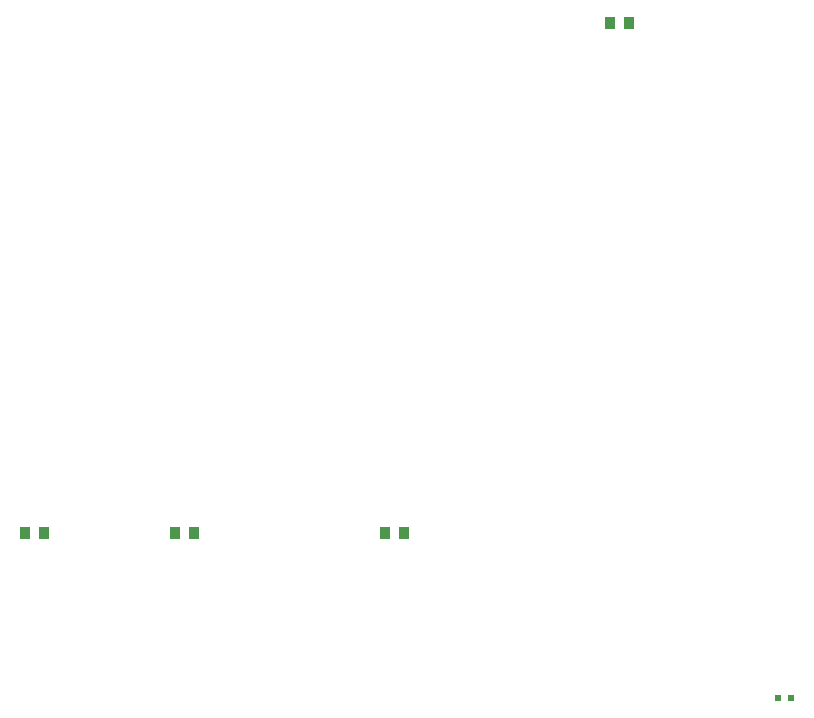
<source format=gbr>
G04 EAGLE Gerber RS-274X export*
G75*
%MOMM*%
%FSLAX34Y34*%
%LPD*%
%INSolderpaste Top*%
%IPPOS*%
%AMOC8*
5,1,8,0,0,1.08239X$1,22.5*%
G01*
%ADD10R,0.949959X1.031241*%
%ADD11R,0.609600X0.508000*%


D10*
X245999Y177800D03*
X262001Y177800D03*
X372999Y177800D03*
X389001Y177800D03*
X566801Y177800D03*
X550799Y177800D03*
X741299Y609600D03*
X757301Y609600D03*
D11*
X883412Y38100D03*
X894588Y38100D03*
M02*

</source>
